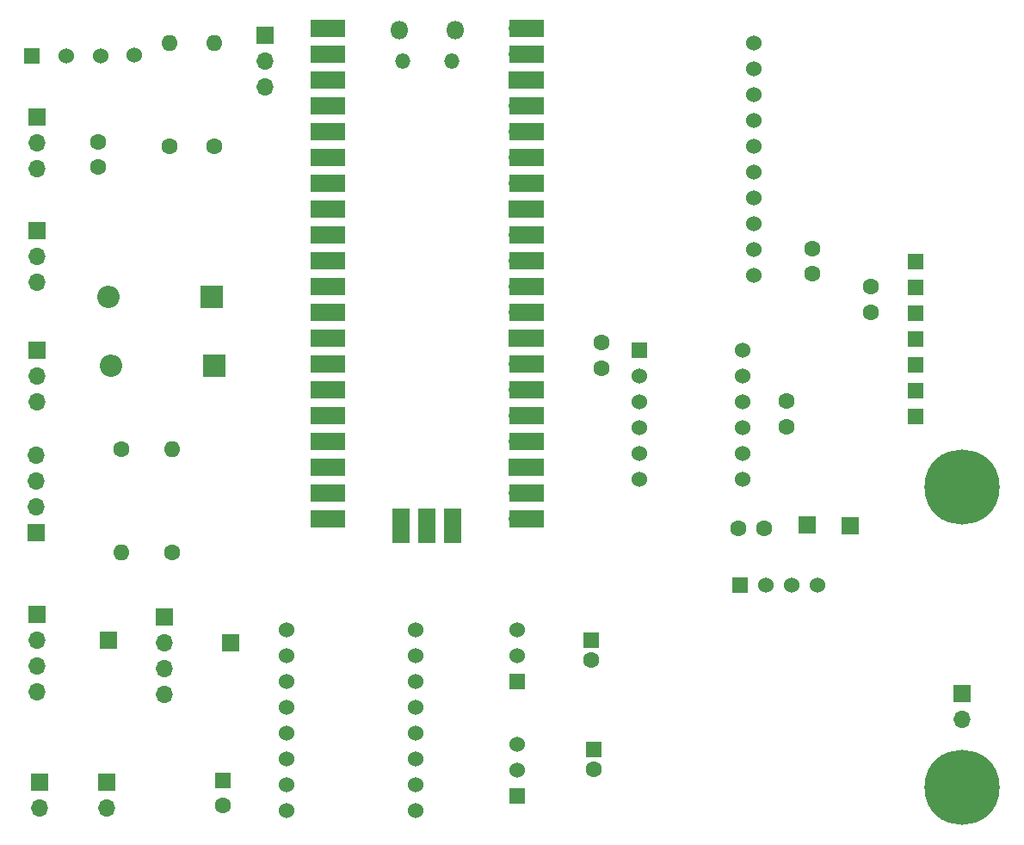
<source format=gbr>
%TF.GenerationSoftware,KiCad,Pcbnew,8.0.7*%
%TF.CreationDate,2025-01-07T22:46:36+01:00*%
%TF.ProjectId,simple-robot,73696d70-6c65-42d7-926f-626f742e6b69,rev?*%
%TF.SameCoordinates,Original*%
%TF.FileFunction,Soldermask,Top*%
%TF.FilePolarity,Negative*%
%FSLAX46Y46*%
G04 Gerber Fmt 4.6, Leading zero omitted, Abs format (unit mm)*
G04 Created by KiCad (PCBNEW 8.0.7) date 2025-01-07 22:46:36*
%MOMM*%
%LPD*%
G01*
G04 APERTURE LIST*
%ADD10R,1.524000X1.524000*%
%ADD11C,1.524000*%
%ADD12R,1.700000X1.700000*%
%ADD13O,1.700000X1.700000*%
%ADD14C,1.600000*%
%ADD15O,1.600000X1.600000*%
%ADD16R,1.600000X1.600000*%
%ADD17R,2.200000X2.200000*%
%ADD18O,2.200000X2.200000*%
%ADD19O,1.800000X1.800000*%
%ADD20O,1.500000X1.500000*%
%ADD21R,3.500000X1.700000*%
%ADD22R,1.700000X3.500000*%
%ADD23C,7.400000*%
G04 APERTURE END LIST*
D10*
%TO.C,OLED1*%
X126670000Y-114635000D03*
D11*
X129210000Y-114635000D03*
X131750000Y-114635000D03*
X134290000Y-114635000D03*
%TD*%
D12*
%TO.C,ENCA1*%
X57500000Y-117500000D03*
D13*
X57500000Y-120040000D03*
X57500000Y-122580000D03*
X57500000Y-125120000D03*
%TD*%
D10*
%TO.C,R1*%
X143940000Y-98000000D03*
X143940000Y-95460000D03*
X143940000Y-92920000D03*
X143940000Y-90380000D03*
X143940000Y-87840000D03*
X143940000Y-85300000D03*
X143940000Y-82760000D03*
%TD*%
D14*
%TO.C,C8*%
X131250000Y-96500000D03*
X131250000Y-99000000D03*
%TD*%
%TO.C,R5*%
X70750000Y-111410000D03*
D15*
X70750000Y-101250000D03*
%TD*%
D12*
%TO.C,J2*%
X79880000Y-60500000D03*
D13*
X79880000Y-63040000D03*
X79880000Y-65580000D03*
%TD*%
D10*
%TO.C,S5V1*%
X104750000Y-124080000D03*
D11*
X104750000Y-121540000D03*
X104750000Y-119000000D03*
%TD*%
D12*
%TO.C,TP1*%
X133250000Y-108670000D03*
%TD*%
D10*
%TO.C,S6V1*%
X104750000Y-135340000D03*
D11*
X104750000Y-132800000D03*
X104750000Y-130260000D03*
%TD*%
D14*
%TO.C,C5*%
X139500000Y-85250000D03*
X139500000Y-87750000D03*
%TD*%
D16*
%TO.C,C2*%
X112000000Y-120000000D03*
D14*
X112000000Y-122000000D03*
%TD*%
D12*
%TO.C,J3*%
X57500000Y-79750000D03*
D13*
X57500000Y-82290000D03*
X57500000Y-84830000D03*
%TD*%
D14*
%TO.C,C7*%
X113000000Y-90750000D03*
X113000000Y-93250000D03*
%TD*%
D12*
%TO.C,J4*%
X57500000Y-68550000D03*
D13*
X57500000Y-71090000D03*
X57500000Y-73630000D03*
%TD*%
D12*
%TO.C,ENCB1*%
X70000000Y-117750000D03*
D13*
X70000000Y-120290000D03*
X70000000Y-122830000D03*
X70000000Y-125370000D03*
%TD*%
D16*
%TO.C,C3*%
X112250000Y-130750000D03*
D14*
X112250000Y-132750000D03*
%TD*%
D17*
%TO.C,D1*%
X74910000Y-93000000D03*
D18*
X64750000Y-93000000D03*
%TD*%
D14*
%TO.C,C9*%
X63500000Y-71000000D03*
X63500000Y-73500000D03*
%TD*%
%TO.C,R4*%
X65750000Y-101250000D03*
D15*
X65750000Y-111410000D03*
%TD*%
D12*
%TO.C,TP2*%
X137500000Y-108750000D03*
%TD*%
D11*
%TO.C,IMU1*%
X128000000Y-84110000D03*
X128000000Y-81570000D03*
X128000000Y-79030000D03*
X128000000Y-76490000D03*
X128000000Y-73950000D03*
X128000000Y-71410000D03*
X128000000Y-68870000D03*
X128000000Y-66330000D03*
X128000000Y-63790000D03*
X128000000Y-61250000D03*
%TD*%
D12*
%TO.C,J1*%
X57500000Y-91500000D03*
D13*
X57500000Y-94040000D03*
X57500000Y-96580000D03*
%TD*%
D19*
%TO.C,U1*%
X93135000Y-60000000D03*
D20*
X93435000Y-63030000D03*
X98285000Y-63030000D03*
D19*
X98585000Y-60000000D03*
D13*
X86970000Y-59870000D03*
D21*
X86070000Y-59870000D03*
D13*
X86970000Y-62410000D03*
D21*
X86070000Y-62410000D03*
D12*
X86970000Y-64950000D03*
D21*
X86070000Y-64950000D03*
D13*
X86970000Y-67490000D03*
D21*
X86070000Y-67490000D03*
D13*
X86970000Y-70030000D03*
D21*
X86070000Y-70030000D03*
D13*
X86970000Y-72570000D03*
D21*
X86070000Y-72570000D03*
D13*
X86970000Y-75110000D03*
D21*
X86070000Y-75110000D03*
D12*
X86970000Y-77650000D03*
D21*
X86070000Y-77650000D03*
D13*
X86970000Y-80190000D03*
D21*
X86070000Y-80190000D03*
D13*
X86970000Y-82730000D03*
D21*
X86070000Y-82730000D03*
D13*
X86970000Y-85270000D03*
D21*
X86070000Y-85270000D03*
D13*
X86970000Y-87810000D03*
D21*
X86070000Y-87810000D03*
D12*
X86970000Y-90350000D03*
D21*
X86070000Y-90350000D03*
D13*
X86970000Y-92890000D03*
D21*
X86070000Y-92890000D03*
D13*
X86970000Y-95430000D03*
D21*
X86070000Y-95430000D03*
D13*
X86970000Y-97970000D03*
D21*
X86070000Y-97970000D03*
D13*
X86970000Y-100510000D03*
D21*
X86070000Y-100510000D03*
D12*
X86970000Y-103050000D03*
D21*
X86070000Y-103050000D03*
D13*
X86970000Y-105590000D03*
D21*
X86070000Y-105590000D03*
D13*
X86970000Y-108130000D03*
D21*
X86070000Y-108130000D03*
D13*
X104750000Y-108130000D03*
D21*
X105650000Y-108130000D03*
D13*
X104750000Y-105590000D03*
D21*
X105650000Y-105590000D03*
D12*
X104750000Y-103050000D03*
D21*
X105650000Y-103050000D03*
D13*
X104750000Y-100510000D03*
D21*
X105650000Y-100510000D03*
D13*
X104750000Y-97970000D03*
D21*
X105650000Y-97970000D03*
D13*
X104750000Y-95430000D03*
D21*
X105650000Y-95430000D03*
D13*
X104750000Y-92890000D03*
D21*
X105650000Y-92890000D03*
D12*
X104750000Y-90350000D03*
D21*
X105650000Y-90350000D03*
D13*
X104750000Y-87810000D03*
D21*
X105650000Y-87810000D03*
D13*
X104750000Y-85270000D03*
D21*
X105650000Y-85270000D03*
D13*
X104750000Y-82730000D03*
D21*
X105650000Y-82730000D03*
D13*
X104750000Y-80190000D03*
D21*
X105650000Y-80190000D03*
D12*
X104750000Y-77650000D03*
D21*
X105650000Y-77650000D03*
D13*
X104750000Y-75110000D03*
D21*
X105650000Y-75110000D03*
D13*
X104750000Y-72570000D03*
D21*
X105650000Y-72570000D03*
D13*
X104750000Y-70030000D03*
D21*
X105650000Y-70030000D03*
D13*
X104750000Y-67490000D03*
D21*
X105650000Y-67490000D03*
D12*
X104750000Y-64950000D03*
D21*
X105650000Y-64950000D03*
D13*
X104750000Y-62410000D03*
D21*
X105650000Y-62410000D03*
D13*
X104750000Y-59870000D03*
D21*
X105650000Y-59870000D03*
D13*
X93320000Y-107900000D03*
D22*
X93320000Y-108800000D03*
D12*
X95860000Y-107900000D03*
D22*
X95860000Y-108800000D03*
D13*
X98400000Y-107900000D03*
D22*
X98400000Y-108800000D03*
%TD*%
D16*
%TO.C,C1*%
X75750000Y-133817600D03*
D14*
X75750000Y-136317600D03*
%TD*%
D10*
%TO.C,D3*%
X57000000Y-62500000D03*
D11*
X60360000Y-62500000D03*
X63720000Y-62500000D03*
X67080000Y-62420000D03*
%TD*%
D23*
%TO.C,REF-MNT*%
X148500000Y-105000000D03*
%TD*%
%TO.C,REF\u002A\u002A*%
X148500000Y-134500000D03*
%TD*%
D12*
%TO.C,TP3*%
X64500000Y-120000000D03*
%TD*%
%TO.C,BATT1*%
X148500000Y-125250000D03*
D13*
X148500000Y-127790000D03*
%TD*%
D14*
%TO.C,R3*%
X74922000Y-71460000D03*
D15*
X74922000Y-61300000D03*
%TD*%
D14*
%TO.C,C4*%
X133750000Y-81500000D03*
X133750000Y-84000000D03*
%TD*%
D12*
%TO.C,MOTB1*%
X64362500Y-134000000D03*
D13*
X64362500Y-136540000D03*
%TD*%
D10*
%TO.C,LS_1*%
X116750000Y-91500000D03*
D11*
X116750000Y-94040000D03*
X116750000Y-96580000D03*
X116750000Y-99120000D03*
X116750000Y-101660000D03*
X116750000Y-104200000D03*
X126910000Y-91500000D03*
X126910000Y-94040000D03*
X126910000Y-96580000D03*
X126910000Y-99120000D03*
X126910000Y-101660000D03*
X126910000Y-104200000D03*
%TD*%
D12*
%TO.C,HC-SRo4*%
X57400000Y-109430000D03*
D13*
X57400000Y-106890000D03*
X57400000Y-104350000D03*
X57400000Y-101810000D03*
%TD*%
D17*
%TO.C,D2*%
X74660000Y-86250000D03*
D18*
X64500000Y-86250000D03*
%TD*%
D12*
%TO.C,TP4*%
X76500000Y-120250000D03*
%TD*%
D14*
%TO.C,C6*%
X126500000Y-109000000D03*
X129000000Y-109000000D03*
%TD*%
D11*
%TO.C,MD1*%
X82000000Y-119000011D03*
X82000000Y-121537153D03*
X82000000Y-124074295D03*
X82000000Y-126611437D03*
X82000000Y-129148579D03*
X82000000Y-131685721D03*
X82000000Y-134222863D03*
X82000000Y-136760011D03*
X94730000Y-119000011D03*
X94730000Y-121537153D03*
X94730000Y-124074295D03*
X94730000Y-126611437D03*
X94730000Y-129148579D03*
X94730000Y-131685721D03*
X94730000Y-134222863D03*
X94730000Y-136760011D03*
%TD*%
D12*
%TO.C,MOTA1*%
X57750000Y-134000000D03*
D13*
X57750000Y-136540000D03*
%TD*%
D14*
%TO.C,R2*%
X70500000Y-71410000D03*
D15*
X70500000Y-61250000D03*
%TD*%
M02*

</source>
